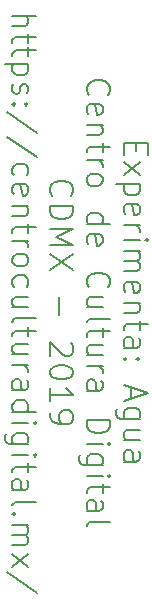
<source format=gbr>
G04 #@! TF.GenerationSoftware,KiCad,Pcbnew,(5.1.4)-1*
G04 #@! TF.CreationDate,2019-11-04T13:23:32-06:00*
G04 #@! TF.ProjectId,Plataforma-nano,506c6174-6166-46f7-926d-612d6e616e6f,rev?*
G04 #@! TF.SameCoordinates,Original*
G04 #@! TF.FileFunction,Drawing*
%FSLAX46Y46*%
G04 Gerber Fmt 4.6, Leading zero omitted, Abs format (unit mm)*
G04 Created by KiCad (PCBNEW (5.1.4)-1) date 2019-11-04 13:23:32*
%MOMM*%
%LPD*%
G04 APERTURE LIST*
%ADD10C,0.150000*%
G04 APERTURE END LIST*
D10*
X80559857Y-91679809D02*
X80559857Y-92346476D01*
X79512238Y-92632190D02*
X79512238Y-91679809D01*
X81512238Y-91679809D01*
X81512238Y-92632190D01*
X79512238Y-93298857D02*
X80845571Y-94346476D01*
X80845571Y-93298857D02*
X79512238Y-94346476D01*
X80845571Y-95108380D02*
X78845571Y-95108380D01*
X80750333Y-95108380D02*
X80845571Y-95298857D01*
X80845571Y-95679809D01*
X80750333Y-95870285D01*
X80655095Y-95965523D01*
X80464619Y-96060761D01*
X79893190Y-96060761D01*
X79702714Y-95965523D01*
X79607476Y-95870285D01*
X79512238Y-95679809D01*
X79512238Y-95298857D01*
X79607476Y-95108380D01*
X79607476Y-97679809D02*
X79512238Y-97489333D01*
X79512238Y-97108380D01*
X79607476Y-96917904D01*
X79797952Y-96822666D01*
X80559857Y-96822666D01*
X80750333Y-96917904D01*
X80845571Y-97108380D01*
X80845571Y-97489333D01*
X80750333Y-97679809D01*
X80559857Y-97775047D01*
X80369380Y-97775047D01*
X80178904Y-96822666D01*
X79512238Y-98632190D02*
X80845571Y-98632190D01*
X80464619Y-98632190D02*
X80655095Y-98727428D01*
X80750333Y-98822666D01*
X80845571Y-99013142D01*
X80845571Y-99203619D01*
X79512238Y-99870285D02*
X80845571Y-99870285D01*
X81512238Y-99870285D02*
X81417000Y-99775047D01*
X81321761Y-99870285D01*
X81417000Y-99965523D01*
X81512238Y-99870285D01*
X81321761Y-99870285D01*
X79512238Y-100822666D02*
X80845571Y-100822666D01*
X80655095Y-100822666D02*
X80750333Y-100917904D01*
X80845571Y-101108380D01*
X80845571Y-101394095D01*
X80750333Y-101584571D01*
X80559857Y-101679809D01*
X79512238Y-101679809D01*
X80559857Y-101679809D02*
X80750333Y-101775047D01*
X80845571Y-101965523D01*
X80845571Y-102251238D01*
X80750333Y-102441714D01*
X80559857Y-102536952D01*
X79512238Y-102536952D01*
X79607476Y-104251238D02*
X79512238Y-104060761D01*
X79512238Y-103679809D01*
X79607476Y-103489333D01*
X79797952Y-103394095D01*
X80559857Y-103394095D01*
X80750333Y-103489333D01*
X80845571Y-103679809D01*
X80845571Y-104060761D01*
X80750333Y-104251238D01*
X80559857Y-104346476D01*
X80369380Y-104346476D01*
X80178904Y-103394095D01*
X80845571Y-105203619D02*
X79512238Y-105203619D01*
X80655095Y-105203619D02*
X80750333Y-105298857D01*
X80845571Y-105489333D01*
X80845571Y-105775047D01*
X80750333Y-105965523D01*
X80559857Y-106060761D01*
X79512238Y-106060761D01*
X80845571Y-106727428D02*
X80845571Y-107489333D01*
X81512238Y-107013142D02*
X79797952Y-107013142D01*
X79607476Y-107108380D01*
X79512238Y-107298857D01*
X79512238Y-107489333D01*
X79512238Y-109013142D02*
X80559857Y-109013142D01*
X80750333Y-108917904D01*
X80845571Y-108727428D01*
X80845571Y-108346476D01*
X80750333Y-108156000D01*
X79607476Y-109013142D02*
X79512238Y-108822666D01*
X79512238Y-108346476D01*
X79607476Y-108156000D01*
X79797952Y-108060761D01*
X79988428Y-108060761D01*
X80178904Y-108156000D01*
X80274142Y-108346476D01*
X80274142Y-108822666D01*
X80369380Y-109013142D01*
X79702714Y-109965523D02*
X79607476Y-110060761D01*
X79512238Y-109965523D01*
X79607476Y-109870285D01*
X79702714Y-109965523D01*
X79512238Y-109965523D01*
X80750333Y-109965523D02*
X80655095Y-110060761D01*
X80559857Y-109965523D01*
X80655095Y-109870285D01*
X80750333Y-109965523D01*
X80559857Y-109965523D01*
X80083666Y-112346476D02*
X80083666Y-113298857D01*
X79512238Y-112156000D02*
X81512238Y-112822666D01*
X79512238Y-113489333D01*
X80845571Y-115013142D02*
X79226523Y-115013142D01*
X79036047Y-114917904D01*
X78940809Y-114822666D01*
X78845571Y-114632190D01*
X78845571Y-114346476D01*
X78940809Y-114156000D01*
X79607476Y-115013142D02*
X79512238Y-114822666D01*
X79512238Y-114441714D01*
X79607476Y-114251238D01*
X79702714Y-114156000D01*
X79893190Y-114060761D01*
X80464619Y-114060761D01*
X80655095Y-114156000D01*
X80750333Y-114251238D01*
X80845571Y-114441714D01*
X80845571Y-114822666D01*
X80750333Y-115013142D01*
X80845571Y-116822666D02*
X79512238Y-116822666D01*
X80845571Y-115965523D02*
X79797952Y-115965523D01*
X79607476Y-116060761D01*
X79512238Y-116251238D01*
X79512238Y-116536952D01*
X79607476Y-116727428D01*
X79702714Y-116822666D01*
X79512238Y-118632190D02*
X80559857Y-118632190D01*
X80750333Y-118536952D01*
X80845571Y-118346476D01*
X80845571Y-117965523D01*
X80750333Y-117775047D01*
X79607476Y-118632190D02*
X79512238Y-118441714D01*
X79512238Y-117965523D01*
X79607476Y-117775047D01*
X79797952Y-117679809D01*
X79988428Y-117679809D01*
X80178904Y-117775047D01*
X80274142Y-117965523D01*
X80274142Y-118441714D01*
X80369380Y-118632190D01*
X76552714Y-87584571D02*
X76457476Y-87489333D01*
X76362238Y-87203619D01*
X76362238Y-87013142D01*
X76457476Y-86727428D01*
X76647952Y-86536952D01*
X76838428Y-86441714D01*
X77219380Y-86346476D01*
X77505095Y-86346476D01*
X77886047Y-86441714D01*
X78076523Y-86536952D01*
X78267000Y-86727428D01*
X78362238Y-87013142D01*
X78362238Y-87203619D01*
X78267000Y-87489333D01*
X78171761Y-87584571D01*
X76457476Y-89203619D02*
X76362238Y-89013142D01*
X76362238Y-88632190D01*
X76457476Y-88441714D01*
X76647952Y-88346476D01*
X77409857Y-88346476D01*
X77600333Y-88441714D01*
X77695571Y-88632190D01*
X77695571Y-89013142D01*
X77600333Y-89203619D01*
X77409857Y-89298857D01*
X77219380Y-89298857D01*
X77028904Y-88346476D01*
X77695571Y-90156000D02*
X76362238Y-90156000D01*
X77505095Y-90156000D02*
X77600333Y-90251238D01*
X77695571Y-90441714D01*
X77695571Y-90727428D01*
X77600333Y-90917904D01*
X77409857Y-91013142D01*
X76362238Y-91013142D01*
X77695571Y-91679809D02*
X77695571Y-92441714D01*
X78362238Y-91965523D02*
X76647952Y-91965523D01*
X76457476Y-92060761D01*
X76362238Y-92251238D01*
X76362238Y-92441714D01*
X76362238Y-93108380D02*
X77695571Y-93108380D01*
X77314619Y-93108380D02*
X77505095Y-93203619D01*
X77600333Y-93298857D01*
X77695571Y-93489333D01*
X77695571Y-93679809D01*
X76362238Y-94632190D02*
X76457476Y-94441714D01*
X76552714Y-94346476D01*
X76743190Y-94251238D01*
X77314619Y-94251238D01*
X77505095Y-94346476D01*
X77600333Y-94441714D01*
X77695571Y-94632190D01*
X77695571Y-94917904D01*
X77600333Y-95108380D01*
X77505095Y-95203619D01*
X77314619Y-95298857D01*
X76743190Y-95298857D01*
X76552714Y-95203619D01*
X76457476Y-95108380D01*
X76362238Y-94917904D01*
X76362238Y-94632190D01*
X76362238Y-98536952D02*
X78362238Y-98536952D01*
X76457476Y-98536952D02*
X76362238Y-98346476D01*
X76362238Y-97965523D01*
X76457476Y-97775047D01*
X76552714Y-97679809D01*
X76743190Y-97584571D01*
X77314619Y-97584571D01*
X77505095Y-97679809D01*
X77600333Y-97775047D01*
X77695571Y-97965523D01*
X77695571Y-98346476D01*
X77600333Y-98536952D01*
X76457476Y-100251238D02*
X76362238Y-100060761D01*
X76362238Y-99679809D01*
X76457476Y-99489333D01*
X76647952Y-99394095D01*
X77409857Y-99394095D01*
X77600333Y-99489333D01*
X77695571Y-99679809D01*
X77695571Y-100060761D01*
X77600333Y-100251238D01*
X77409857Y-100346476D01*
X77219380Y-100346476D01*
X77028904Y-99394095D01*
X76552714Y-103870285D02*
X76457476Y-103775047D01*
X76362238Y-103489333D01*
X76362238Y-103298857D01*
X76457476Y-103013142D01*
X76647952Y-102822666D01*
X76838428Y-102727428D01*
X77219380Y-102632190D01*
X77505095Y-102632190D01*
X77886047Y-102727428D01*
X78076523Y-102822666D01*
X78267000Y-103013142D01*
X78362238Y-103298857D01*
X78362238Y-103489333D01*
X78267000Y-103775047D01*
X78171761Y-103870285D01*
X77695571Y-105584571D02*
X76362238Y-105584571D01*
X77695571Y-104727428D02*
X76647952Y-104727428D01*
X76457476Y-104822666D01*
X76362238Y-105013142D01*
X76362238Y-105298857D01*
X76457476Y-105489333D01*
X76552714Y-105584571D01*
X76362238Y-106822666D02*
X76457476Y-106632190D01*
X76647952Y-106536952D01*
X78362238Y-106536952D01*
X77695571Y-107298857D02*
X77695571Y-108060761D01*
X78362238Y-107584571D02*
X76647952Y-107584571D01*
X76457476Y-107679809D01*
X76362238Y-107870285D01*
X76362238Y-108060761D01*
X77695571Y-109584571D02*
X76362238Y-109584571D01*
X77695571Y-108727428D02*
X76647952Y-108727428D01*
X76457476Y-108822666D01*
X76362238Y-109013142D01*
X76362238Y-109298857D01*
X76457476Y-109489333D01*
X76552714Y-109584571D01*
X76362238Y-110536952D02*
X77695571Y-110536952D01*
X77314619Y-110536952D02*
X77505095Y-110632190D01*
X77600333Y-110727428D01*
X77695571Y-110917904D01*
X77695571Y-111108380D01*
X76362238Y-112632190D02*
X77409857Y-112632190D01*
X77600333Y-112536952D01*
X77695571Y-112346476D01*
X77695571Y-111965523D01*
X77600333Y-111775047D01*
X76457476Y-112632190D02*
X76362238Y-112441714D01*
X76362238Y-111965523D01*
X76457476Y-111775047D01*
X76647952Y-111679809D01*
X76838428Y-111679809D01*
X77028904Y-111775047D01*
X77124142Y-111965523D01*
X77124142Y-112441714D01*
X77219380Y-112632190D01*
X76362238Y-115108380D02*
X78362238Y-115108380D01*
X78362238Y-115584571D01*
X78267000Y-115870285D01*
X78076523Y-116060761D01*
X77886047Y-116156000D01*
X77505095Y-116251238D01*
X77219380Y-116251238D01*
X76838428Y-116156000D01*
X76647952Y-116060761D01*
X76457476Y-115870285D01*
X76362238Y-115584571D01*
X76362238Y-115108380D01*
X76362238Y-117108380D02*
X77695571Y-117108380D01*
X78362238Y-117108380D02*
X78267000Y-117013142D01*
X78171761Y-117108380D01*
X78267000Y-117203619D01*
X78362238Y-117108380D01*
X78171761Y-117108380D01*
X77695571Y-118917904D02*
X76076523Y-118917904D01*
X75886047Y-118822666D01*
X75790809Y-118727428D01*
X75695571Y-118536952D01*
X75695571Y-118251238D01*
X75790809Y-118060761D01*
X76457476Y-118917904D02*
X76362238Y-118727428D01*
X76362238Y-118346476D01*
X76457476Y-118156000D01*
X76552714Y-118060761D01*
X76743190Y-117965523D01*
X77314619Y-117965523D01*
X77505095Y-118060761D01*
X77600333Y-118156000D01*
X77695571Y-118346476D01*
X77695571Y-118727428D01*
X77600333Y-118917904D01*
X76362238Y-119870285D02*
X77695571Y-119870285D01*
X78362238Y-119870285D02*
X78267000Y-119775047D01*
X78171761Y-119870285D01*
X78267000Y-119965523D01*
X78362238Y-119870285D01*
X78171761Y-119870285D01*
X77695571Y-120536952D02*
X77695571Y-121298857D01*
X78362238Y-120822666D02*
X76647952Y-120822666D01*
X76457476Y-120917904D01*
X76362238Y-121108380D01*
X76362238Y-121298857D01*
X76362238Y-122822666D02*
X77409857Y-122822666D01*
X77600333Y-122727428D01*
X77695571Y-122536952D01*
X77695571Y-122156000D01*
X77600333Y-121965523D01*
X76457476Y-122822666D02*
X76362238Y-122632190D01*
X76362238Y-122156000D01*
X76457476Y-121965523D01*
X76647952Y-121870285D01*
X76838428Y-121870285D01*
X77028904Y-121965523D01*
X77124142Y-122156000D01*
X77124142Y-122632190D01*
X77219380Y-122822666D01*
X76362238Y-124060761D02*
X76457476Y-123870285D01*
X76647952Y-123775047D01*
X78362238Y-123775047D01*
X73402714Y-96108380D02*
X73307476Y-96013142D01*
X73212238Y-95727428D01*
X73212238Y-95536952D01*
X73307476Y-95251238D01*
X73497952Y-95060761D01*
X73688428Y-94965523D01*
X74069380Y-94870285D01*
X74355095Y-94870285D01*
X74736047Y-94965523D01*
X74926523Y-95060761D01*
X75117000Y-95251238D01*
X75212238Y-95536952D01*
X75212238Y-95727428D01*
X75117000Y-96013142D01*
X75021761Y-96108380D01*
X73212238Y-96965523D02*
X75212238Y-96965523D01*
X75212238Y-97441714D01*
X75117000Y-97727428D01*
X74926523Y-97917904D01*
X74736047Y-98013142D01*
X74355095Y-98108380D01*
X74069380Y-98108380D01*
X73688428Y-98013142D01*
X73497952Y-97917904D01*
X73307476Y-97727428D01*
X73212238Y-97441714D01*
X73212238Y-96965523D01*
X73212238Y-98965523D02*
X75212238Y-98965523D01*
X73783666Y-99632190D01*
X75212238Y-100298857D01*
X73212238Y-100298857D01*
X75212238Y-101060761D02*
X73212238Y-102394095D01*
X75212238Y-102394095D02*
X73212238Y-101060761D01*
X73974142Y-104679809D02*
X73974142Y-106203619D01*
X75021761Y-108584571D02*
X75117000Y-108679809D01*
X75212238Y-108870285D01*
X75212238Y-109346476D01*
X75117000Y-109536952D01*
X75021761Y-109632190D01*
X74831285Y-109727428D01*
X74640809Y-109727428D01*
X74355095Y-109632190D01*
X73212238Y-108489333D01*
X73212238Y-109727428D01*
X75212238Y-110965523D02*
X75212238Y-111156000D01*
X75117000Y-111346476D01*
X75021761Y-111441714D01*
X74831285Y-111536952D01*
X74450333Y-111632190D01*
X73974142Y-111632190D01*
X73593190Y-111536952D01*
X73402714Y-111441714D01*
X73307476Y-111346476D01*
X73212238Y-111156000D01*
X73212238Y-110965523D01*
X73307476Y-110775047D01*
X73402714Y-110679809D01*
X73593190Y-110584571D01*
X73974142Y-110489333D01*
X74450333Y-110489333D01*
X74831285Y-110584571D01*
X75021761Y-110679809D01*
X75117000Y-110775047D01*
X75212238Y-110965523D01*
X73212238Y-113536952D02*
X73212238Y-112394095D01*
X73212238Y-112965523D02*
X75212238Y-112965523D01*
X74926523Y-112775047D01*
X74736047Y-112584571D01*
X74640809Y-112394095D01*
X73212238Y-114489333D02*
X73212238Y-114870285D01*
X73307476Y-115060761D01*
X73402714Y-115156000D01*
X73688428Y-115346476D01*
X74069380Y-115441714D01*
X74831285Y-115441714D01*
X75021761Y-115346476D01*
X75117000Y-115251238D01*
X75212238Y-115060761D01*
X75212238Y-114679809D01*
X75117000Y-114489333D01*
X75021761Y-114394095D01*
X74831285Y-114298857D01*
X74355095Y-114298857D01*
X74164619Y-114394095D01*
X74069380Y-114489333D01*
X73974142Y-114679809D01*
X73974142Y-115060761D01*
X74069380Y-115251238D01*
X74164619Y-115346476D01*
X74355095Y-115441714D01*
X70062238Y-80870285D02*
X72062238Y-80870285D01*
X70062238Y-81727428D02*
X71109857Y-81727428D01*
X71300333Y-81632190D01*
X71395571Y-81441714D01*
X71395571Y-81156000D01*
X71300333Y-80965523D01*
X71205095Y-80870285D01*
X71395571Y-82394095D02*
X71395571Y-83156000D01*
X72062238Y-82679809D02*
X70347952Y-82679809D01*
X70157476Y-82775047D01*
X70062238Y-82965523D01*
X70062238Y-83156000D01*
X71395571Y-83536952D02*
X71395571Y-84298857D01*
X72062238Y-83822666D02*
X70347952Y-83822666D01*
X70157476Y-83917904D01*
X70062238Y-84108380D01*
X70062238Y-84298857D01*
X71395571Y-84965523D02*
X69395571Y-84965523D01*
X71300333Y-84965523D02*
X71395571Y-85156000D01*
X71395571Y-85536952D01*
X71300333Y-85727428D01*
X71205095Y-85822666D01*
X71014619Y-85917904D01*
X70443190Y-85917904D01*
X70252714Y-85822666D01*
X70157476Y-85727428D01*
X70062238Y-85536952D01*
X70062238Y-85156000D01*
X70157476Y-84965523D01*
X70157476Y-86679809D02*
X70062238Y-86870285D01*
X70062238Y-87251238D01*
X70157476Y-87441714D01*
X70347952Y-87536952D01*
X70443190Y-87536952D01*
X70633666Y-87441714D01*
X70728904Y-87251238D01*
X70728904Y-86965523D01*
X70824142Y-86775047D01*
X71014619Y-86679809D01*
X71109857Y-86679809D01*
X71300333Y-86775047D01*
X71395571Y-86965523D01*
X71395571Y-87251238D01*
X71300333Y-87441714D01*
X70252714Y-88394095D02*
X70157476Y-88489333D01*
X70062238Y-88394095D01*
X70157476Y-88298857D01*
X70252714Y-88394095D01*
X70062238Y-88394095D01*
X71300333Y-88394095D02*
X71205095Y-88489333D01*
X71109857Y-88394095D01*
X71205095Y-88298857D01*
X71300333Y-88394095D01*
X71109857Y-88394095D01*
X72157476Y-90775047D02*
X69586047Y-89060761D01*
X72157476Y-92870285D02*
X69586047Y-91156000D01*
X70157476Y-94394095D02*
X70062238Y-94203619D01*
X70062238Y-93822666D01*
X70157476Y-93632190D01*
X70252714Y-93536952D01*
X70443190Y-93441714D01*
X71014619Y-93441714D01*
X71205095Y-93536952D01*
X71300333Y-93632190D01*
X71395571Y-93822666D01*
X71395571Y-94203619D01*
X71300333Y-94394095D01*
X70157476Y-96013142D02*
X70062238Y-95822666D01*
X70062238Y-95441714D01*
X70157476Y-95251238D01*
X70347952Y-95156000D01*
X71109857Y-95156000D01*
X71300333Y-95251238D01*
X71395571Y-95441714D01*
X71395571Y-95822666D01*
X71300333Y-96013142D01*
X71109857Y-96108380D01*
X70919380Y-96108380D01*
X70728904Y-95156000D01*
X71395571Y-96965523D02*
X70062238Y-96965523D01*
X71205095Y-96965523D02*
X71300333Y-97060761D01*
X71395571Y-97251238D01*
X71395571Y-97536952D01*
X71300333Y-97727428D01*
X71109857Y-97822666D01*
X70062238Y-97822666D01*
X71395571Y-98489333D02*
X71395571Y-99251238D01*
X72062238Y-98775047D02*
X70347952Y-98775047D01*
X70157476Y-98870285D01*
X70062238Y-99060761D01*
X70062238Y-99251238D01*
X70062238Y-99917904D02*
X71395571Y-99917904D01*
X71014619Y-99917904D02*
X71205095Y-100013142D01*
X71300333Y-100108380D01*
X71395571Y-100298857D01*
X71395571Y-100489333D01*
X70062238Y-101441714D02*
X70157476Y-101251238D01*
X70252714Y-101156000D01*
X70443190Y-101060761D01*
X71014619Y-101060761D01*
X71205095Y-101156000D01*
X71300333Y-101251238D01*
X71395571Y-101441714D01*
X71395571Y-101727428D01*
X71300333Y-101917904D01*
X71205095Y-102013142D01*
X71014619Y-102108380D01*
X70443190Y-102108380D01*
X70252714Y-102013142D01*
X70157476Y-101917904D01*
X70062238Y-101727428D01*
X70062238Y-101441714D01*
X70157476Y-103822666D02*
X70062238Y-103632190D01*
X70062238Y-103251238D01*
X70157476Y-103060761D01*
X70252714Y-102965523D01*
X70443190Y-102870285D01*
X71014619Y-102870285D01*
X71205095Y-102965523D01*
X71300333Y-103060761D01*
X71395571Y-103251238D01*
X71395571Y-103632190D01*
X71300333Y-103822666D01*
X71395571Y-105536952D02*
X70062238Y-105536952D01*
X71395571Y-104679809D02*
X70347952Y-104679809D01*
X70157476Y-104775047D01*
X70062238Y-104965523D01*
X70062238Y-105251238D01*
X70157476Y-105441714D01*
X70252714Y-105536952D01*
X70062238Y-106775047D02*
X70157476Y-106584571D01*
X70347952Y-106489333D01*
X72062238Y-106489333D01*
X71395571Y-107251238D02*
X71395571Y-108013142D01*
X72062238Y-107536952D02*
X70347952Y-107536952D01*
X70157476Y-107632190D01*
X70062238Y-107822666D01*
X70062238Y-108013142D01*
X71395571Y-109536952D02*
X70062238Y-109536952D01*
X71395571Y-108679809D02*
X70347952Y-108679809D01*
X70157476Y-108775047D01*
X70062238Y-108965523D01*
X70062238Y-109251238D01*
X70157476Y-109441714D01*
X70252714Y-109536952D01*
X70062238Y-110489333D02*
X71395571Y-110489333D01*
X71014619Y-110489333D02*
X71205095Y-110584571D01*
X71300333Y-110679809D01*
X71395571Y-110870285D01*
X71395571Y-111060761D01*
X70062238Y-112584571D02*
X71109857Y-112584571D01*
X71300333Y-112489333D01*
X71395571Y-112298857D01*
X71395571Y-111917904D01*
X71300333Y-111727428D01*
X70157476Y-112584571D02*
X70062238Y-112394095D01*
X70062238Y-111917904D01*
X70157476Y-111727428D01*
X70347952Y-111632190D01*
X70538428Y-111632190D01*
X70728904Y-111727428D01*
X70824142Y-111917904D01*
X70824142Y-112394095D01*
X70919380Y-112584571D01*
X70062238Y-114394095D02*
X72062238Y-114394095D01*
X70157476Y-114394095D02*
X70062238Y-114203619D01*
X70062238Y-113822666D01*
X70157476Y-113632190D01*
X70252714Y-113536952D01*
X70443190Y-113441714D01*
X71014619Y-113441714D01*
X71205095Y-113536952D01*
X71300333Y-113632190D01*
X71395571Y-113822666D01*
X71395571Y-114203619D01*
X71300333Y-114394095D01*
X70062238Y-115346476D02*
X71395571Y-115346476D01*
X72062238Y-115346476D02*
X71967000Y-115251238D01*
X71871761Y-115346476D01*
X71967000Y-115441714D01*
X72062238Y-115346476D01*
X71871761Y-115346476D01*
X71395571Y-117156000D02*
X69776523Y-117156000D01*
X69586047Y-117060761D01*
X69490809Y-116965523D01*
X69395571Y-116775047D01*
X69395571Y-116489333D01*
X69490809Y-116298857D01*
X70157476Y-117156000D02*
X70062238Y-116965523D01*
X70062238Y-116584571D01*
X70157476Y-116394095D01*
X70252714Y-116298857D01*
X70443190Y-116203619D01*
X71014619Y-116203619D01*
X71205095Y-116298857D01*
X71300333Y-116394095D01*
X71395571Y-116584571D01*
X71395571Y-116965523D01*
X71300333Y-117156000D01*
X70062238Y-118108380D02*
X71395571Y-118108380D01*
X72062238Y-118108380D02*
X71967000Y-118013142D01*
X71871761Y-118108380D01*
X71967000Y-118203619D01*
X72062238Y-118108380D01*
X71871761Y-118108380D01*
X71395571Y-118775047D02*
X71395571Y-119536952D01*
X72062238Y-119060761D02*
X70347952Y-119060761D01*
X70157476Y-119156000D01*
X70062238Y-119346476D01*
X70062238Y-119536952D01*
X70062238Y-121060761D02*
X71109857Y-121060761D01*
X71300333Y-120965523D01*
X71395571Y-120775047D01*
X71395571Y-120394095D01*
X71300333Y-120203619D01*
X70157476Y-121060761D02*
X70062238Y-120870285D01*
X70062238Y-120394095D01*
X70157476Y-120203619D01*
X70347952Y-120108380D01*
X70538428Y-120108380D01*
X70728904Y-120203619D01*
X70824142Y-120394095D01*
X70824142Y-120870285D01*
X70919380Y-121060761D01*
X70062238Y-122298857D02*
X70157476Y-122108380D01*
X70347952Y-122013142D01*
X72062238Y-122013142D01*
X70252714Y-123060761D02*
X70157476Y-123156000D01*
X70062238Y-123060761D01*
X70157476Y-122965523D01*
X70252714Y-123060761D01*
X70062238Y-123060761D01*
X70062238Y-124013142D02*
X71395571Y-124013142D01*
X71205095Y-124013142D02*
X71300333Y-124108380D01*
X71395571Y-124298857D01*
X71395571Y-124584571D01*
X71300333Y-124775047D01*
X71109857Y-124870285D01*
X70062238Y-124870285D01*
X71109857Y-124870285D02*
X71300333Y-124965523D01*
X71395571Y-125156000D01*
X71395571Y-125441714D01*
X71300333Y-125632190D01*
X71109857Y-125727428D01*
X70062238Y-125727428D01*
X70062238Y-126489333D02*
X71395571Y-127536952D01*
X71395571Y-126489333D02*
X70062238Y-127536952D01*
X72157476Y-129727428D02*
X69586047Y-128013142D01*
M02*

</source>
